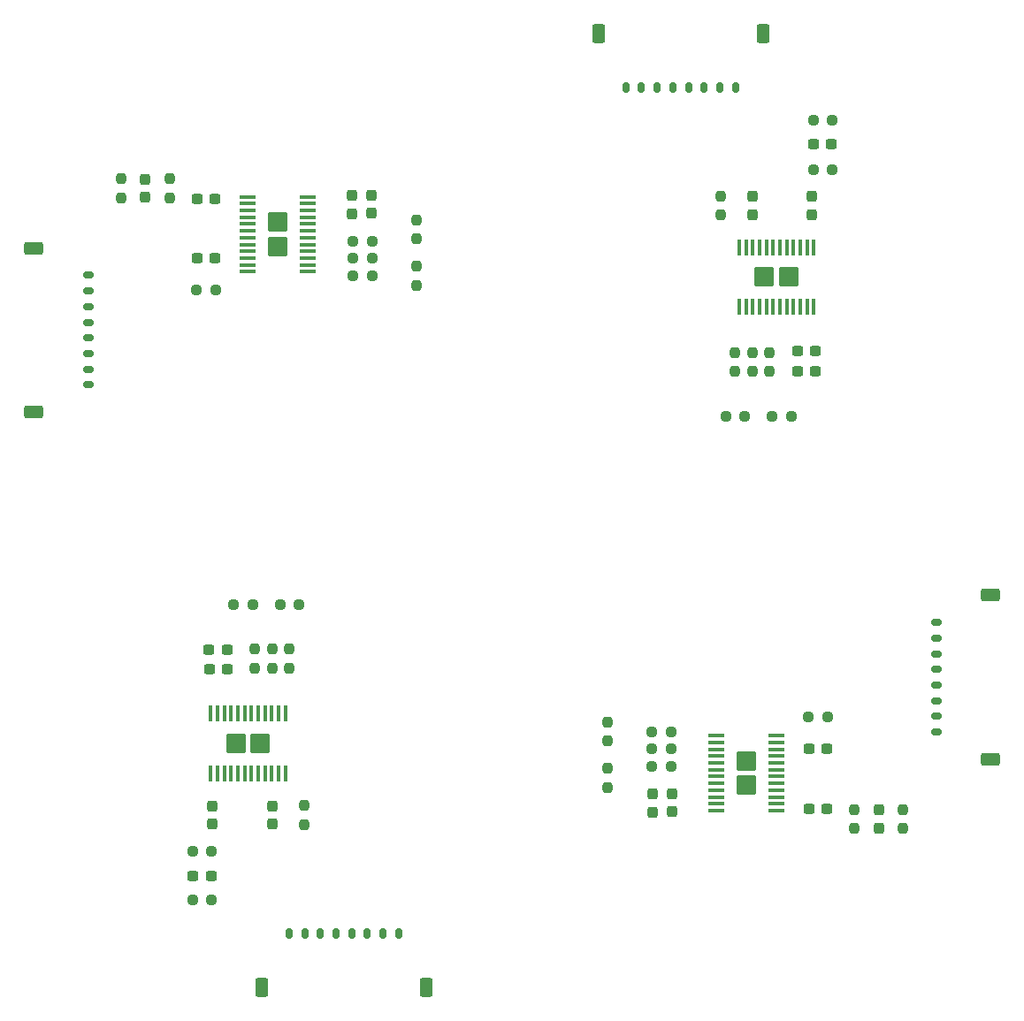
<source format=gtp>
G04 #@! TF.GenerationSoftware,KiCad,Pcbnew,6.0.7+dfsg-1build1*
G04 #@! TF.CreationDate,2023-04-07T12:23:54-07:00*
G04 #@! TF.ProjectId,Quad_Motor_Driver,51756164-5f4d-46f7-946f-725f44726976,rev?*
G04 #@! TF.SameCoordinates,Original*
G04 #@! TF.FileFunction,Paste,Top*
G04 #@! TF.FilePolarity,Positive*
%FSLAX46Y46*%
G04 Gerber Fmt 4.6, Leading zero omitted, Abs format (unit mm)*
G04 Created by KiCad (PCBNEW 6.0.7+dfsg-1build1) date 2023-04-07 12:23:54*
%MOMM*%
%LPD*%
G01*
G04 APERTURE LIST*
G04 Aperture macros list*
%AMRoundRect*
0 Rectangle with rounded corners*
0 $1 Rounding radius*
0 $2 $3 $4 $5 $6 $7 $8 $9 X,Y pos of 4 corners*
0 Add a 4 corners polygon primitive as box body*
4,1,4,$2,$3,$4,$5,$6,$7,$8,$9,$2,$3,0*
0 Add four circle primitives for the rounded corners*
1,1,$1+$1,$2,$3*
1,1,$1+$1,$4,$5*
1,1,$1+$1,$6,$7*
1,1,$1+$1,$8,$9*
0 Add four rect primitives between the rounded corners*
20,1,$1+$1,$2,$3,$4,$5,0*
20,1,$1+$1,$4,$5,$6,$7,0*
20,1,$1+$1,$6,$7,$8,$9,0*
20,1,$1+$1,$8,$9,$2,$3,0*%
G04 Aperture macros list end*
%ADD10RoundRect,0.250000X0.715000X0.695000X-0.715000X0.695000X-0.715000X-0.695000X0.715000X-0.695000X0*%
%ADD11RoundRect,0.100000X0.687500X0.100000X-0.687500X0.100000X-0.687500X-0.100000X0.687500X-0.100000X0*%
%ADD12RoundRect,0.237500X0.300000X0.237500X-0.300000X0.237500X-0.300000X-0.237500X0.300000X-0.237500X0*%
%ADD13RoundRect,0.237500X0.237500X-0.250000X0.237500X0.250000X-0.237500X0.250000X-0.237500X-0.250000X0*%
%ADD14RoundRect,0.150000X-0.150000X-0.350000X0.150000X-0.350000X0.150000X0.350000X-0.150000X0.350000X0*%
%ADD15RoundRect,0.250000X-0.375000X-0.650000X0.375000X-0.650000X0.375000X0.650000X-0.375000X0.650000X0*%
%ADD16RoundRect,0.237500X-0.237500X0.300000X-0.237500X-0.300000X0.237500X-0.300000X0.237500X0.300000X0*%
%ADD17RoundRect,0.237500X-0.237500X0.250000X-0.237500X-0.250000X0.237500X-0.250000X0.237500X0.250000X0*%
%ADD18RoundRect,0.237500X0.250000X0.237500X-0.250000X0.237500X-0.250000X-0.237500X0.250000X-0.237500X0*%
%ADD19RoundRect,0.150000X-0.350000X0.150000X-0.350000X-0.150000X0.350000X-0.150000X0.350000X0.150000X0*%
%ADD20RoundRect,0.250000X-0.650000X0.375000X-0.650000X-0.375000X0.650000X-0.375000X0.650000X0.375000X0*%
%ADD21RoundRect,0.237500X-0.250000X-0.237500X0.250000X-0.237500X0.250000X0.237500X-0.250000X0.237500X0*%
%ADD22RoundRect,0.237500X0.237500X-0.300000X0.237500X0.300000X-0.237500X0.300000X-0.237500X-0.300000X0*%
%ADD23RoundRect,0.150000X0.350000X-0.150000X0.350000X0.150000X-0.350000X0.150000X-0.350000X-0.150000X0*%
%ADD24RoundRect,0.250000X0.650000X-0.375000X0.650000X0.375000X-0.650000X0.375000X-0.650000X-0.375000X0*%
%ADD25RoundRect,0.237500X-0.300000X-0.237500X0.300000X-0.237500X0.300000X0.237500X-0.300000X0.237500X0*%
%ADD26RoundRect,0.250000X0.695000X-0.715000X0.695000X0.715000X-0.695000X0.715000X-0.695000X-0.715000X0*%
%ADD27RoundRect,0.100000X0.100000X-0.687500X0.100000X0.687500X-0.100000X0.687500X-0.100000X-0.687500X0*%
%ADD28RoundRect,0.150000X0.150000X0.350000X-0.150000X0.350000X-0.150000X-0.350000X0.150000X-0.350000X0*%
%ADD29RoundRect,0.250000X0.375000X0.650000X-0.375000X0.650000X-0.375000X-0.650000X0.375000X-0.650000X0*%
%ADD30RoundRect,0.250000X-0.695000X0.715000X-0.695000X-0.715000X0.695000X-0.715000X0.695000X0.715000X0*%
%ADD31RoundRect,0.100000X-0.100000X0.687500X-0.100000X-0.687500X0.100000X-0.687500X0.100000X0.687500X0*%
%ADD32RoundRect,0.250000X-0.715000X-0.695000X0.715000X-0.695000X0.715000X0.695000X-0.715000X0.695000X0*%
%ADD33RoundRect,0.100000X-0.687500X-0.100000X0.687500X-0.100000X0.687500X0.100000X-0.687500X0.100000X0*%
G04 APERTURE END LIST*
D10*
X47610000Y-45112000D03*
X47610000Y-42772000D03*
D11*
X50472500Y-47517000D03*
X50472500Y-46867000D03*
X50472500Y-46217000D03*
X50472500Y-45567000D03*
X50472500Y-44917000D03*
X50472500Y-44267000D03*
X50472500Y-43617000D03*
X50472500Y-42967000D03*
X50472500Y-42317000D03*
X50472500Y-41667000D03*
X50472500Y-41017000D03*
X50472500Y-40367000D03*
X44747500Y-40367000D03*
X44747500Y-41017000D03*
X44747500Y-41667000D03*
X44747500Y-42317000D03*
X44747500Y-42967000D03*
X44747500Y-43617000D03*
X44747500Y-44267000D03*
X44747500Y-44917000D03*
X44747500Y-45567000D03*
X44747500Y-46217000D03*
X44747500Y-46867000D03*
X44747500Y-47517000D03*
D12*
X99121500Y-57052000D03*
X97396500Y-57052000D03*
D13*
X79154000Y-96939500D03*
X79154000Y-95114500D03*
D14*
X48694000Y-110875000D03*
X50194000Y-110875000D03*
X51694000Y-110875000D03*
X53194000Y-110875000D03*
X54694000Y-110875000D03*
X56194000Y-110875000D03*
X57694000Y-110875000D03*
X59194000Y-110875000D03*
D15*
X46089000Y-116065000D03*
X61799000Y-116065000D03*
D12*
X99078500Y-55148000D03*
X97353500Y-55148000D03*
X100209500Y-93233000D03*
X98484500Y-93233000D03*
D16*
X98767000Y-40314500D03*
X98767000Y-42039500D03*
D17*
X60939000Y-47005500D03*
X60939000Y-48830500D03*
D18*
X96758500Y-61370000D03*
X94933500Y-61370000D03*
D19*
X29444000Y-47875000D03*
X29444000Y-49375000D03*
X29444000Y-50875000D03*
X29444000Y-52375000D03*
X29444000Y-53875000D03*
X29444000Y-55375000D03*
X29444000Y-56875000D03*
X29444000Y-58375000D03*
D20*
X24254000Y-45270000D03*
X24254000Y-60980000D03*
D18*
X100695500Y-33049000D03*
X98870500Y-33049000D03*
D16*
X54717000Y-40240500D03*
X54717000Y-41965500D03*
D21*
X83448500Y-93233000D03*
X85273500Y-93233000D03*
D18*
X100259500Y-90185000D03*
X98434500Y-90185000D03*
X56644500Y-46267000D03*
X54819500Y-46267000D03*
D21*
X43379500Y-79380000D03*
X45204500Y-79380000D03*
D22*
X47086000Y-100435500D03*
X47086000Y-98710500D03*
D17*
X60939000Y-42560500D03*
X60939000Y-44385500D03*
D18*
X92313500Y-61370000D03*
X90488500Y-61370000D03*
D13*
X94703000Y-57075500D03*
X94703000Y-55250500D03*
D17*
X48737000Y-83674500D03*
X48737000Y-85499500D03*
D23*
X110649000Y-91625000D03*
X110649000Y-90125000D03*
X110649000Y-88625000D03*
X110649000Y-87125000D03*
X110649000Y-85625000D03*
X110649000Y-84125000D03*
X110649000Y-82625000D03*
X110649000Y-81125000D03*
D24*
X115839000Y-94230000D03*
X115839000Y-78520000D03*
D17*
X45435000Y-83674500D03*
X45435000Y-85499500D03*
D21*
X39442500Y-103002000D03*
X41267500Y-103002000D03*
D13*
X79154000Y-92494500D03*
X79154000Y-90669500D03*
D16*
X34904000Y-38673500D03*
X34904000Y-40398500D03*
D13*
X102776000Y-100876500D03*
X102776000Y-99051500D03*
D25*
X39883500Y-40552000D03*
X41608500Y-40552000D03*
X41016500Y-83698000D03*
X42741500Y-83698000D03*
D26*
X94207000Y-48041000D03*
X96547000Y-48041000D03*
D27*
X91802000Y-50903500D03*
X92452000Y-50903500D03*
X93102000Y-50903500D03*
X93752000Y-50903500D03*
X94402000Y-50903500D03*
X95052000Y-50903500D03*
X95702000Y-50903500D03*
X96352000Y-50903500D03*
X97002000Y-50903500D03*
X97652000Y-50903500D03*
X98302000Y-50903500D03*
X98952000Y-50903500D03*
X98952000Y-45178500D03*
X98302000Y-45178500D03*
X97652000Y-45178500D03*
X97002000Y-45178500D03*
X96352000Y-45178500D03*
X95702000Y-45178500D03*
X95052000Y-45178500D03*
X94402000Y-45178500D03*
X93752000Y-45178500D03*
X93102000Y-45178500D03*
X92452000Y-45178500D03*
X91802000Y-45178500D03*
D13*
X91401000Y-57075500D03*
X91401000Y-55250500D03*
D21*
X39442500Y-107701000D03*
X41267500Y-107701000D03*
D17*
X37317000Y-38623500D03*
X37317000Y-40448500D03*
D25*
X39492500Y-105415000D03*
X41217500Y-105415000D03*
D28*
X91444000Y-29875000D03*
X89944000Y-29875000D03*
X88444000Y-29875000D03*
X86944000Y-29875000D03*
X85444000Y-29875000D03*
X83944000Y-29875000D03*
X82444000Y-29875000D03*
X80944000Y-29875000D03*
D29*
X94049000Y-24685000D03*
X78339000Y-24685000D03*
D17*
X47086000Y-83674500D03*
X47086000Y-85499500D03*
D13*
X93052000Y-57075500D03*
X93052000Y-55250500D03*
X50134000Y-100485500D03*
X50134000Y-98660500D03*
D25*
X41059500Y-85602000D03*
X42784500Y-85602000D03*
D17*
X32618000Y-38623500D03*
X32618000Y-40448500D03*
D22*
X83472000Y-99302500D03*
X83472000Y-97577500D03*
D30*
X45931000Y-92709000D03*
X43591000Y-92709000D03*
D31*
X48336000Y-89846500D03*
X47686000Y-89846500D03*
X47036000Y-89846500D03*
X46386000Y-89846500D03*
X45736000Y-89846500D03*
X45086000Y-89846500D03*
X44436000Y-89846500D03*
X43786000Y-89846500D03*
X43136000Y-89846500D03*
X42486000Y-89846500D03*
X41836000Y-89846500D03*
X41186000Y-89846500D03*
X41186000Y-95571500D03*
X41836000Y-95571500D03*
X42486000Y-95571500D03*
X43136000Y-95571500D03*
X43786000Y-95571500D03*
X44436000Y-95571500D03*
X45086000Y-95571500D03*
X45736000Y-95571500D03*
X46386000Y-95571500D03*
X47036000Y-95571500D03*
X47686000Y-95571500D03*
X48336000Y-95571500D03*
D22*
X41371000Y-100435500D03*
X41371000Y-98710500D03*
D18*
X56644500Y-47918000D03*
X54819500Y-47918000D03*
D22*
X105189000Y-100826500D03*
X105189000Y-99101500D03*
D13*
X107475000Y-100876500D03*
X107475000Y-99051500D03*
D12*
X100645500Y-35335000D03*
X98920500Y-35335000D03*
D21*
X83448500Y-94884000D03*
X85273500Y-94884000D03*
X47824500Y-79380000D03*
X49649500Y-79380000D03*
X83448500Y-91582000D03*
X85273500Y-91582000D03*
D32*
X92483000Y-94388000D03*
X92483000Y-96728000D03*
D33*
X89620500Y-91983000D03*
X89620500Y-92633000D03*
X89620500Y-93283000D03*
X89620500Y-93933000D03*
X89620500Y-94583000D03*
X89620500Y-95233000D03*
X89620500Y-95883000D03*
X89620500Y-96533000D03*
X89620500Y-97183000D03*
X89620500Y-97833000D03*
X89620500Y-98483000D03*
X89620500Y-99133000D03*
X95345500Y-99133000D03*
X95345500Y-98483000D03*
X95345500Y-97833000D03*
X95345500Y-97183000D03*
X95345500Y-96533000D03*
X95345500Y-95883000D03*
X95345500Y-95233000D03*
X95345500Y-94583000D03*
X95345500Y-93933000D03*
X95345500Y-93283000D03*
X95345500Y-92633000D03*
X95345500Y-91983000D03*
D12*
X100209500Y-98948000D03*
X98484500Y-98948000D03*
D18*
X56644500Y-44616000D03*
X54819500Y-44616000D03*
D16*
X56621000Y-40197500D03*
X56621000Y-41922500D03*
D21*
X39833500Y-49315000D03*
X41658500Y-49315000D03*
D22*
X85376000Y-99259500D03*
X85376000Y-97534500D03*
D18*
X100695500Y-37748000D03*
X98870500Y-37748000D03*
D25*
X39883500Y-46267000D03*
X41608500Y-46267000D03*
D16*
X93052000Y-40314500D03*
X93052000Y-42039500D03*
D17*
X90004000Y-40264500D03*
X90004000Y-42089500D03*
M02*

</source>
